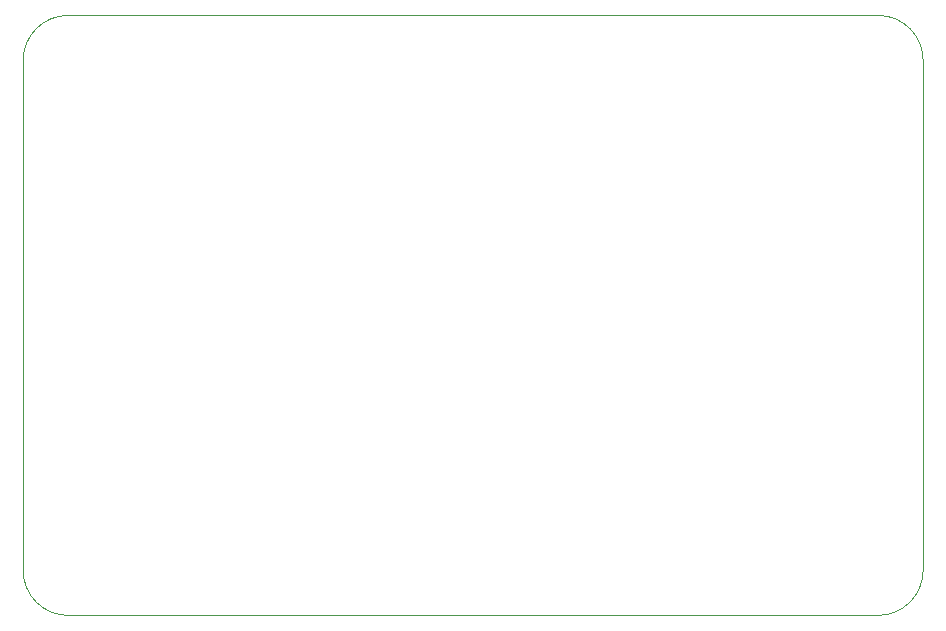
<source format=gbr>
%TF.GenerationSoftware,KiCad,Pcbnew,7.0.8*%
%TF.CreationDate,2023-11-01T11:01:00-04:00*%
%TF.ProjectId,destinationAutomation_v4.5,64657374-696e-4617-9469-6f6e4175746f,04.5*%
%TF.SameCoordinates,Original*%
%TF.FileFunction,Profile,NP*%
%FSLAX46Y46*%
G04 Gerber Fmt 4.6, Leading zero omitted, Abs format (unit mm)*
G04 Created by KiCad (PCBNEW 7.0.8) date 2023-11-01 11:01:00*
%MOMM*%
%LPD*%
G01*
G04 APERTURE LIST*
%TA.AperFunction,Profile*%
%ADD10C,0.100000*%
%TD*%
G04 APERTURE END LIST*
D10*
X86360000Y-82550000D02*
G75*
G03*
X82550000Y-86360000I0J-3810000D01*
G01*
X154940000Y-133350000D02*
G75*
G03*
X158750000Y-129540000I0J3810000D01*
G01*
X82550000Y-129540000D02*
X82550000Y-86360000D01*
X86360000Y-82550000D02*
X154940000Y-82550000D01*
X158750000Y-129540000D02*
X158750000Y-86360000D01*
X86360000Y-133350000D02*
X154940000Y-133350000D01*
X158750000Y-86360000D02*
G75*
G03*
X154940000Y-82550000I-3810000J0D01*
G01*
X82550000Y-129540000D02*
G75*
G03*
X86360000Y-133350000I3810000J0D01*
G01*
M02*

</source>
